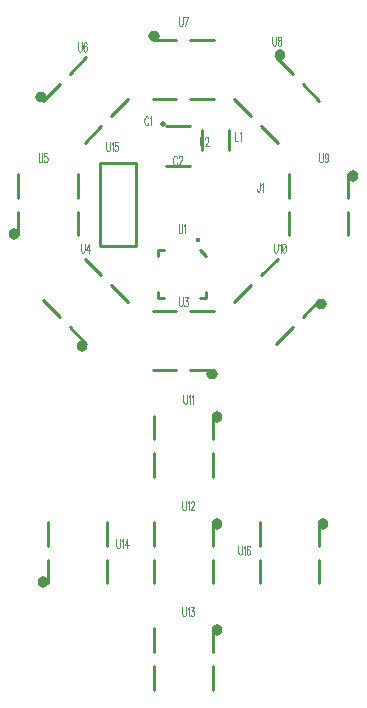
<source format=gto>
G04 DipTrace 2.4.0.2*
%INfemale.gto*%
%MOMM*%
%ADD10C,0.25*%
%ADD26O,0.437X0.4*%
%ADD31O,0.5X0.5*%
%ADD34O,0.975X0.925*%
%ADD36O,0.925X0.975*%
%ADD57C,0.118*%
%FSLAX53Y53*%
G04*
G71*
G90*
G75*
G01*
%LNTopSilk*%
%LPD*%
X30469Y58516D2*
D10*
Y56816D1*
X28169Y58516D2*
Y56816D1*
D26*
X27862Y49213D3*
X28006Y48296D2*
D10*
X28507Y47796D1*
Y44796D2*
Y44297D1*
X28006D1*
X25007D2*
X24506D1*
Y44796D1*
X25007Y48296D2*
X24506D1*
Y47796D1*
X27161Y58861D2*
X25160D1*
X27161Y55461D2*
X25160D1*
D31*
X24910Y59036D3*
X24026Y38213D2*
D10*
X26026D1*
X24026Y43213D2*
X26026D1*
X27226D2*
X29226D1*
X27226Y38213D2*
X29226D1*
D34*
X29089Y37851D3*
X14734Y44081D2*
D10*
X16148Y42667D1*
X18269Y47616D2*
X19684Y46202D1*
X20532Y45353D2*
X21946Y43939D1*
X16996Y41818D2*
X18410Y40404D1*
D36*
X18057Y40244D3*
X12667Y54772D2*
D10*
Y52772D1*
X17667Y54772D2*
Y52772D1*
Y51572D2*
Y49572D1*
X12667Y51572D2*
Y49572D1*
D36*
X12305Y49709D3*
X18411Y64647D2*
D10*
X16997Y63233D1*
X21946Y61112D2*
X20532Y59697D1*
X19683Y58849D2*
X18269Y57435D1*
X16148Y62385D2*
X14733Y60971D1*
D34*
X14574Y61324D3*
X29226Y66131D2*
D10*
X27226D1*
X29226Y61131D2*
X27226D1*
X26026D2*
X24026D1*
X26026Y66131D2*
X24026D1*
D34*
X24163Y66494D3*
X38152Y60970D2*
D10*
X36738Y62384D1*
X34616Y57435D2*
X33202Y58849D1*
X32354Y59698D2*
X30940Y61112D1*
X35890Y63234D2*
X34475Y64648D1*
D36*
X34829Y64807D3*
X40585Y49572D2*
D10*
Y51572D1*
X35585Y49572D2*
Y51572D1*
Y52772D2*
Y54772D1*
X40585Y52772D2*
Y54772D1*
D36*
X40948Y54635D3*
X34475Y40404D2*
D10*
X35889Y41818D1*
X30940Y43940D2*
X32354Y45354D1*
X33203Y46202D2*
X34617Y47616D1*
X36738Y42666D2*
X38152Y44081D1*
D34*
X38312Y43727D3*
X29126Y29113D2*
D10*
Y31113D1*
X24126Y29113D2*
Y31113D1*
Y32313D2*
Y34313D1*
X29126Y32313D2*
Y34313D1*
D36*
X29489Y34176D3*
X29126Y20113D2*
D10*
Y22113D1*
X24126Y20113D2*
Y22113D1*
Y23313D2*
Y25313D1*
X29126Y23313D2*
Y25313D1*
D36*
X29489Y25176D3*
X29126Y11113D2*
D10*
Y13113D1*
X24126Y11113D2*
Y13113D1*
Y14313D2*
Y16313D1*
X29126Y14313D2*
Y16313D1*
D36*
X29489Y16176D3*
X15126Y25313D2*
D10*
Y23313D1*
X20126Y25313D2*
Y23313D1*
Y22113D2*
Y20113D1*
X15126Y22113D2*
Y20113D1*
D36*
X14764Y20250D3*
X19600Y55703D2*
D10*
X22600D1*
Y48703D1*
X19600D1*
Y55703D1*
X38126Y20113D2*
Y22113D1*
X33126Y20113D2*
Y22113D1*
Y23313D2*
Y25313D1*
X38126Y23313D2*
Y25313D1*
D36*
X38489Y25176D3*
X23664Y59475D2*
D57*
X23642Y59547D1*
X23598Y59621D1*
X23555Y59657D1*
X23467D1*
X23423Y59621D1*
X23380Y59547D1*
X23358Y59475D1*
X23336Y59365D1*
Y59183D1*
X23358Y59074D1*
X23380Y59001D1*
X23423Y58928D1*
X23467Y58891D1*
X23555D1*
X23598Y58928D1*
X23642Y59001D1*
X23664Y59074D1*
X23805Y59510D2*
X23849Y59547D1*
X23915Y59656D1*
Y58891D1*
X26089Y56113D2*
X26067Y56185D1*
X26023Y56259D1*
X25979Y56295D1*
X25892D1*
X25848Y56259D1*
X25805Y56185D1*
X25782Y56113D1*
X25761Y56003D1*
Y55821D1*
X25782Y55712D1*
X25805Y55639D1*
X25848Y55566D1*
X25892Y55529D1*
X25979D1*
X26023Y55566D1*
X26067Y55639D1*
X26089Y55712D1*
X26252Y56112D2*
Y56148D1*
X26274Y56222D1*
X26295Y56258D1*
X26339Y56294D1*
X26427D1*
X26470Y56258D1*
X26492Y56222D1*
X26514Y56148D1*
Y56076D1*
X26492Y56003D1*
X26449Y55894D1*
X26230Y55529D1*
X26536D1*
X33080Y54018D2*
Y53435D1*
X33058Y53326D1*
X33036Y53290D1*
X32993Y53252D1*
X32949D1*
X32905Y53290D1*
X32883Y53326D1*
X32861Y53435D1*
Y53508D1*
X33221Y53872D2*
X33265Y53909D1*
X33331Y54017D1*
Y53252D1*
X30977Y58349D2*
Y57583D1*
X31239D1*
X31381Y58202D2*
X31425Y58239D1*
X31490Y58348D1*
Y57583D1*
X26228Y50529D2*
Y49982D1*
X26250Y49873D1*
X26294Y49800D1*
X26359Y49763D1*
X26403D1*
X26468Y49800D1*
X26512Y49873D1*
X26534Y49982D1*
Y50529D1*
X26675Y50382D2*
X26719Y50419D1*
X26785Y50528D1*
Y49763D1*
X28009Y57918D2*
Y57371D1*
X28031Y57262D1*
X28075Y57189D1*
X28140Y57152D1*
X28184D1*
X28250Y57189D1*
X28293Y57262D1*
X28315Y57371D1*
Y57918D1*
X28479Y57735D2*
Y57771D1*
X28500Y57845D1*
X28522Y57881D1*
X28566Y57917D1*
X28653D1*
X28697Y57881D1*
X28719Y57845D1*
X28741Y57771D1*
Y57699D1*
X28719Y57626D1*
X28675Y57517D1*
X28456Y57152D1*
X28763D1*
X26249Y44329D2*
Y43782D1*
X26271Y43673D1*
X26315Y43600D1*
X26381Y43563D1*
X26424D1*
X26490Y43600D1*
X26534Y43673D1*
X26556Y43782D1*
Y44329D1*
X26741Y44328D2*
X26981D1*
X26850Y44037D1*
X26916D1*
X26959Y44000D1*
X26981Y43964D1*
X27003Y43855D1*
Y43782D1*
X26981Y43673D1*
X26937Y43599D1*
X26872Y43563D1*
X26806D1*
X26741Y43599D1*
X26719Y43637D1*
X26697Y43709D1*
X17952Y48876D2*
Y48329D1*
X17974Y48219D1*
X18018Y48147D1*
X18084Y48110D1*
X18127D1*
X18193Y48147D1*
X18237Y48219D1*
X18259Y48329D1*
Y48876D1*
X18619Y48110D2*
Y48875D1*
X18400Y48365D1*
X18728D1*
X14378Y56538D2*
Y55991D1*
X14400Y55882D1*
X14444Y55809D1*
X14509Y55772D1*
X14553D1*
X14618Y55809D1*
X14662Y55882D1*
X14684Y55991D1*
Y56538D1*
X15088Y56537D2*
X14869D1*
X14848Y56209D1*
X14869Y56246D1*
X14935Y56283D1*
X15000D1*
X15066Y56246D1*
X15110Y56173D1*
X15132Y56064D1*
Y55991D1*
X15110Y55882D1*
X15066Y55808D1*
X15000Y55772D1*
X14935D1*
X14869Y55808D1*
X14848Y55845D1*
X14825Y55918D1*
X17722Y65907D2*
Y65360D1*
X17744Y65250D1*
X17788Y65178D1*
X17854Y65141D1*
X17897D1*
X17963Y65178D1*
X18007Y65250D1*
X18029Y65360D1*
Y65907D1*
X18432Y65797D2*
X18410Y65869D1*
X18345Y65906D1*
X18301D1*
X18236Y65869D1*
X18192Y65760D1*
X18170Y65578D1*
Y65396D1*
X18192Y65250D1*
X18236Y65177D1*
X18301Y65141D1*
X18323D1*
X18388Y65177D1*
X18432Y65250D1*
X18454Y65360D1*
Y65396D1*
X18432Y65506D1*
X18388Y65578D1*
X18323Y65614D1*
X18301D1*
X18236Y65578D1*
X18192Y65506D1*
X18170Y65396D1*
X26249Y68072D2*
Y67525D1*
X26271Y67416D1*
X26315Y67343D1*
X26381Y67306D1*
X26424D1*
X26490Y67343D1*
X26534Y67416D1*
X26556Y67525D1*
Y68072D1*
X26784Y67306D2*
X27003Y68071D1*
X26697D1*
X34169Y66410D2*
Y65863D1*
X34191Y65754D1*
X34235Y65682D1*
X34301Y65644D1*
X34344D1*
X34410Y65682D1*
X34454Y65754D1*
X34476Y65863D1*
Y66410D1*
X34726Y66409D2*
X34661Y66373D1*
X34639Y66301D1*
Y66227D1*
X34661Y66155D1*
X34704Y66118D1*
X34792Y66082D1*
X34857Y66045D1*
X34901Y65972D1*
X34923Y65900D1*
Y65790D1*
X34901Y65718D1*
X34879Y65681D1*
X34813Y65644D1*
X34726D1*
X34661Y65681D1*
X34639Y65718D1*
X34617Y65790D1*
Y65900D1*
X34639Y65972D1*
X34683Y66045D1*
X34748Y66082D1*
X34835Y66118D1*
X34879Y66155D1*
X34901Y66227D1*
Y66301D1*
X34879Y66373D1*
X34813Y66409D1*
X34726D1*
X38132Y56538D2*
Y55991D1*
X38153Y55882D1*
X38197Y55809D1*
X38263Y55772D1*
X38307D1*
X38372Y55809D1*
X38416Y55882D1*
X38438Y55991D1*
Y56538D1*
X38864Y56283D2*
X38841Y56173D1*
X38798Y56100D1*
X38732Y56064D1*
X38711D1*
X38645Y56100D1*
X38601Y56173D1*
X38579Y56283D1*
Y56319D1*
X38601Y56428D1*
X38645Y56501D1*
X38711Y56537D1*
X38732D1*
X38798Y56501D1*
X38841Y56428D1*
X38864Y56283D1*
Y56100D1*
X38841Y55918D1*
X38798Y55808D1*
X38732Y55772D1*
X38689D1*
X38623Y55808D1*
X38601Y55882D1*
X34295Y48876D2*
Y48329D1*
X34317Y48219D1*
X34361Y48147D1*
X34427Y48110D1*
X34470D1*
X34536Y48147D1*
X34580Y48219D1*
X34602Y48329D1*
Y48876D1*
X34743Y48729D2*
X34787Y48766D1*
X34853Y48875D1*
Y48110D1*
X35125Y48875D2*
X35059Y48838D1*
X35016Y48729D1*
X34994Y48547D1*
Y48438D1*
X35016Y48256D1*
X35059Y48146D1*
X35125Y48110D1*
X35169D1*
X35234Y48146D1*
X35278Y48256D1*
X35300Y48438D1*
Y48547D1*
X35278Y48729D1*
X35234Y48838D1*
X35169Y48875D1*
X35125D1*
X35278Y48729D2*
X35016Y48256D1*
X26635Y36079D2*
Y35532D1*
X26656Y35423D1*
X26700Y35350D1*
X26766Y35313D1*
X26809D1*
X26875Y35350D1*
X26919Y35423D1*
X26941Y35532D1*
Y36079D1*
X27082Y35932D2*
X27126Y35969D1*
X27192Y36078D1*
Y35313D1*
X27333Y35932D2*
X27377Y35969D1*
X27443Y36078D1*
Y35313D1*
X26536Y27079D2*
Y26532D1*
X26558Y26423D1*
X26602Y26350D1*
X26668Y26313D1*
X26711D1*
X26777Y26350D1*
X26821Y26423D1*
X26843Y26532D1*
Y27079D1*
X26984Y26932D2*
X27028Y26969D1*
X27093Y27078D1*
Y26313D1*
X27257Y26896D2*
Y26932D1*
X27279Y27006D1*
X27300Y27042D1*
X27344Y27078D1*
X27432D1*
X27475Y27042D1*
X27497Y27006D1*
X27519Y26932D1*
Y26860D1*
X27497Y26787D1*
X27453Y26678D1*
X27235Y26313D1*
X27541D1*
X26536Y18079D2*
Y17532D1*
X26558Y17423D1*
X26602Y17350D1*
X26668Y17313D1*
X26711D1*
X26777Y17350D1*
X26821Y17423D1*
X26843Y17532D1*
Y18079D1*
X26984Y17932D2*
X27028Y17969D1*
X27093Y18078D1*
Y17313D1*
X27279Y18078D2*
X27519D1*
X27388Y17787D1*
X27453D1*
X27497Y17750D1*
X27519Y17714D1*
X27541Y17605D1*
Y17532D1*
X27519Y17423D1*
X27475Y17349D1*
X27409Y17313D1*
X27344D1*
X27279Y17349D1*
X27257Y17387D1*
X27235Y17459D1*
X20960Y23861D2*
Y23314D1*
X20982Y23205D1*
X21026Y23132D1*
X21091Y23095D1*
X21135D1*
X21200Y23132D1*
X21244Y23205D1*
X21266Y23314D1*
Y23861D1*
X21407Y23714D2*
X21451Y23751D1*
X21517Y23860D1*
Y23095D1*
X21877D2*
Y23860D1*
X21658Y23350D1*
X21986D1*
X20098Y57469D2*
Y56923D1*
X20120Y56813D1*
X20164Y56741D1*
X20229Y56704D1*
X20273D1*
X20339Y56741D1*
X20382Y56813D1*
X20404Y56923D1*
Y57469D1*
X20545Y57323D2*
X20589Y57360D1*
X20655Y57468D1*
Y56704D1*
X21059Y57468D2*
X20840D1*
X20818Y57141D1*
X20840Y57177D1*
X20906Y57214D1*
X20971D1*
X21037Y57177D1*
X21081Y57105D1*
X21103Y56995D1*
Y56923D1*
X21081Y56813D1*
X21037Y56740D1*
X20971Y56704D1*
X20906D1*
X20840Y56740D1*
X20818Y56777D1*
X20796Y56849D1*
X31288Y23293D2*
Y22746D1*
X31310Y22637D1*
X31354Y22564D1*
X31419Y22527D1*
X31463D1*
X31529Y22564D1*
X31573Y22637D1*
X31594Y22746D1*
Y23293D1*
X31735Y23146D2*
X31779Y23183D1*
X31845Y23292D1*
Y22527D1*
X32249Y23183D2*
X32227Y23256D1*
X32161Y23292D1*
X32118D1*
X32052Y23256D1*
X32008Y23146D1*
X31986Y22964D1*
Y22782D1*
X32008Y22637D1*
X32052Y22563D1*
X32118Y22527D1*
X32139D1*
X32205Y22563D1*
X32249Y22637D1*
X32270Y22746D1*
Y22782D1*
X32249Y22892D1*
X32205Y22964D1*
X32139Y23001D1*
X32118D1*
X32052Y22964D1*
X32008Y22892D1*
X31986Y22782D1*
M02*

</source>
